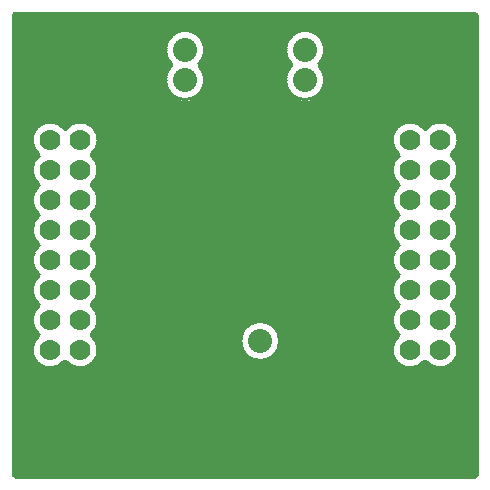
<source format=gbr>
G04 This is an RS-274x file exported by *
G04 gerbv version 2.6.1 *
G04 More information is available about gerbv at *
G04 http://gerbv.geda-project.org/ *
G04 --End of header info--*
%MOIN*%
%FSLAX34Y34*%
%IPPOS*%
%IN "TXB0108.pcb"*%
G04 --Define apertures--*
%ADD10C,0.2362*%
%ADD11C,0.0010*%
%ADD12C,0.0100*%
%ADD13C,0.0700*%
%ADD14C,0.0800*%
G04 --Start main section--*
G54D10*
G01X0014000Y0014000D03*
G01X0014000Y0026000D03*
G01X0026000Y0026000D03*
G01X0026000Y0014000D03*
G54D12*
G01X0021150Y0016800D02*
G75*
G03X0021150Y0016800I-000650J0000000D01*
G01X0027730Y0012320D02*
G01X0027730Y0027680D01*
G01X0027730Y0027680D02*
G75*
G03X0027680Y0027730I-000050J0000000D01*
G01X0027680Y0027730D02*
G01X0012320Y0027730D01*
G01X0012320Y0027730D02*
G75*
G03X0012270Y0027680I0000000J-000050D01*
G01X0012270Y0027680D02*
G01X0012270Y0012320D01*
G01X0012270Y0012320D02*
G75*
G03X0012320Y0012270I0000050J0000000D01*
G01X0012320Y0012270D02*
G01X0027680Y0012270D01*
G01X0027680Y0012270D02*
G75*
G03X0027730Y0012320I0000000J0000050D01*
G01X0026883Y0023039D02*
G75*
G03X0026039Y0023883I-000383J0000461D01*
G01X0026883Y0023039D02*
G75*
G03X0026883Y0022962I0000032J-000038D01*
G01X0026883Y0022039D02*
G75*
G03X0026883Y0022962I-000383J0000461D01*
G01X0026883Y0022039D02*
G75*
G03X0026883Y0021962I0000032J-000038D01*
G01X0026883Y0021039D02*
G75*
G03X0026883Y0021962I-000383J0000461D01*
G01X0026883Y0021039D02*
G75*
G03X0026883Y0020962I0000032J-000038D01*
G01X0026883Y0020039D02*
G75*
G03X0026883Y0020962I-000383J0000461D01*
G01X0026883Y0020039D02*
G75*
G03X0026883Y0019962I0000032J-000038D01*
G01X0026883Y0019039D02*
G75*
G03X0026883Y0019962I-000383J0000461D01*
G01X0026883Y0019039D02*
G75*
G03X0026883Y0018962I0000032J-000038D01*
G01X0026883Y0018039D02*
G75*
G03X0026883Y0018962I-000383J0000461D01*
G01X0026883Y0018039D02*
G75*
G03X0026883Y0017962I0000032J-000038D01*
G01X0026883Y0017039D02*
G75*
G03X0026883Y0017962I-000383J0000461D01*
G01X0026883Y0017039D02*
G75*
G03X0026883Y0016962I0000032J-000038D01*
G01X0026039Y0016117D02*
G75*
G03X0026883Y0016962I0000461J0000383D01*
G01X0026039Y0016117D02*
G75*
G03X0025962Y0016117I-000038J-000032D01*
G01X0025117Y0016962D02*
G75*
G03X0025962Y0016117I0000383J-000461D01*
G01X0025117Y0016962D02*
G75*
G03X0025117Y0017039I-000032J0000038D01*
G01X0025117Y0017962D02*
G75*
G03X0025117Y0017039I0000383J-000461D01*
G01X0025117Y0017962D02*
G75*
G03X0025117Y0018039I-000032J0000038D01*
G01X0025117Y0018962D02*
G75*
G03X0025117Y0018039I0000383J-000461D01*
G01X0025117Y0018962D02*
G75*
G03X0025117Y0019039I-000032J0000038D01*
G01X0025117Y0019962D02*
G75*
G03X0025117Y0019039I0000383J-000461D01*
G01X0025117Y0019962D02*
G75*
G03X0025117Y0020039I-000032J0000038D01*
G01X0025117Y0020962D02*
G75*
G03X0025117Y0020039I0000383J-000461D01*
G01X0025117Y0020962D02*
G75*
G03X0025117Y0021039I-000032J0000038D01*
G01X0025117Y0021962D02*
G75*
G03X0025117Y0021039I0000383J-000461D01*
G01X0025117Y0021962D02*
G75*
G03X0025117Y0022039I-000032J0000038D01*
G01X0025117Y0022962D02*
G75*
G03X0025117Y0022039I0000383J-000461D01*
G01X0025117Y0022962D02*
G75*
G03X0025117Y0023039I-000032J0000038D01*
G01X0025962Y0023883D02*
G75*
G03X0025117Y0023039I-000461J-000383D01*
G01X0025962Y0023883D02*
G75*
G03X0026039Y0023883I0000038J0000032D01*
G01X0022455Y0026036D02*
G75*
G03X0021545Y0026036I-000455J0000464D01*
G01X0022455Y0026036D02*
G75*
G03X0022455Y0025964I0000035J-000036D01*
G01X0021545Y0025964D02*
G75*
G03X0022455Y0025964I0000455J-000464D01*
G01X0021545Y0025964D02*
G75*
G03X0021545Y0026036I-000035J0000036D01*
G01X0021150Y0016800D02*
G75*
G03X0021150Y0016800I-000650J0000000D01*
G01X0018455Y0026036D02*
G75*
G03X0017545Y0026036I-000455J0000464D01*
G01X0018455Y0026036D02*
G75*
G03X0018455Y0025964I0000035J-000036D01*
G01X0017545Y0025964D02*
G75*
G03X0018455Y0025964I0000455J-000464D01*
G01X0017545Y0025964D02*
G75*
G03X0017545Y0026036I-000035J0000036D01*
G01X0014883Y0023039D02*
G75*
G03X0014039Y0023883I-000383J0000461D01*
G01X0014883Y0023039D02*
G75*
G03X0014883Y0022962I0000032J-000038D01*
G01X0014883Y0022039D02*
G75*
G03X0014883Y0022962I-000383J0000461D01*
G01X0014883Y0022039D02*
G75*
G03X0014883Y0021962I0000032J-000038D01*
G01X0014883Y0021039D02*
G75*
G03X0014883Y0021962I-000383J0000461D01*
G01X0014883Y0021039D02*
G75*
G03X0014883Y0020962I0000032J-000038D01*
G01X0014883Y0020039D02*
G75*
G03X0014883Y0020962I-000383J0000461D01*
G01X0014883Y0020039D02*
G75*
G03X0014883Y0019962I0000032J-000038D01*
G01X0014883Y0019039D02*
G75*
G03X0014883Y0019962I-000383J0000461D01*
G01X0014883Y0019039D02*
G75*
G03X0014883Y0018962I0000032J-000038D01*
G01X0014883Y0018039D02*
G75*
G03X0014883Y0018962I-000383J0000461D01*
G01X0014883Y0018039D02*
G75*
G03X0014883Y0017962I0000032J-000038D01*
G01X0014883Y0017039D02*
G75*
G03X0014883Y0017962I-000383J0000461D01*
G01X0014883Y0017039D02*
G75*
G03X0014883Y0016962I0000032J-000038D01*
G01X0014039Y0016117D02*
G75*
G03X0014883Y0016962I0000461J0000383D01*
G01X0014039Y0016117D02*
G75*
G03X0013962Y0016117I-000038J-000032D01*
G01X0013117Y0016962D02*
G75*
G03X0013962Y0016117I0000383J-000461D01*
G01X0013117Y0016962D02*
G75*
G03X0013117Y0017039I-000032J0000038D01*
G01X0013117Y0017962D02*
G75*
G03X0013117Y0017039I0000383J-000461D01*
G01X0013117Y0017962D02*
G75*
G03X0013117Y0018039I-000032J0000038D01*
G01X0013117Y0018962D02*
G75*
G03X0013117Y0018039I0000383J-000461D01*
G01X0013117Y0018962D02*
G75*
G03X0013117Y0019039I-000032J0000038D01*
G01X0013117Y0019962D02*
G75*
G03X0013117Y0019039I0000383J-000461D01*
G01X0013117Y0019962D02*
G75*
G03X0013117Y0020039I-000032J0000038D01*
G01X0013117Y0020962D02*
G75*
G03X0013117Y0020039I0000383J-000461D01*
G01X0013117Y0020962D02*
G75*
G03X0013117Y0021039I-000032J0000038D01*
G01X0013117Y0021962D02*
G75*
G03X0013117Y0021039I0000383J-000461D01*
G01X0013117Y0021962D02*
G75*
G03X0013117Y0022039I-000032J0000038D01*
G01X0013117Y0022962D02*
G75*
G03X0013117Y0022039I0000383J-000461D01*
G01X0013117Y0022962D02*
G75*
G03X0013117Y0023039I-000032J0000038D01*
G01X0013962Y0023883D02*
G75*
G03X0013117Y0023039I-000461J-000383D01*
G01X0013962Y0023883D02*
G75*
G03X0014039Y0023883I0000038J0000032D01*
G01X0012270Y0027660D02*
G01X0027730Y0027660D01*
G01X0012270Y0027570D02*
G01X0027730Y0027570D01*
G01X0012270Y0027480D02*
G01X0027730Y0027480D01*
G01X0012270Y0027390D02*
G01X0027730Y0027390D01*
G01X0012270Y0027300D02*
G01X0027730Y0027300D01*
G01X0012270Y0027210D02*
G01X0027730Y0027210D01*
G01X0022196Y0027120D02*
G01X0027730Y0027120D01*
G01X0022377Y0027030D02*
G01X0027730Y0027030D01*
G01X0022479Y0026940D02*
G01X0027730Y0026940D01*
G01X0022548Y0026850D02*
G01X0027730Y0026850D01*
G01X0022596Y0026760D02*
G01X0027730Y0026760D01*
G01X0022627Y0026670D02*
G01X0027730Y0026670D01*
G01X0022645Y0026580D02*
G01X0027730Y0026580D01*
G01X0022650Y0026490D02*
G01X0027730Y0026490D01*
G01X0022642Y0026400D02*
G01X0027730Y0026400D01*
G01X0022622Y0026310D02*
G01X0027730Y0026310D01*
G01X0022587Y0026220D02*
G01X0027730Y0026220D01*
G01X0022534Y0026130D02*
G01X0027730Y0026130D01*
G01X0022459Y0026040D02*
G01X0027730Y0026040D01*
G01X0022469Y0025950D02*
G01X0027730Y0025950D01*
G01X0022541Y0025860D02*
G01X0027730Y0025860D01*
G01X0022591Y0025770D02*
G01X0027730Y0025770D01*
G01X0022625Y0025680D02*
G01X0027730Y0025680D01*
G01X0022644Y0025590D02*
G01X0027730Y0025590D01*
G01X0022650Y0025500D02*
G01X0027730Y0025500D01*
G01X0022644Y0025410D02*
G01X0027730Y0025410D01*
G01X0022625Y0025320D02*
G01X0027730Y0025320D01*
G01X0022591Y0025230D02*
G01X0027730Y0025230D01*
G01X0022541Y0025140D02*
G01X0027730Y0025140D01*
G01X0022469Y0025050D02*
G01X0027730Y0025050D01*
G01X0022362Y0024960D02*
G01X0027730Y0024960D01*
G01X0022160Y0024870D02*
G01X0027730Y0024870D01*
G01X0012270Y0024780D02*
G01X0027730Y0024780D01*
G01X0012270Y0024690D02*
G01X0027730Y0024690D01*
G01X0012270Y0024600D02*
G01X0027730Y0024600D01*
G01X0012270Y0024510D02*
G01X0027730Y0024510D01*
G01X0012270Y0024420D02*
G01X0027730Y0024420D01*
G01X0012270Y0024330D02*
G01X0027730Y0024330D01*
G01X0012270Y0024240D02*
G01X0027730Y0024240D01*
G01X0012270Y0024150D02*
G01X0027730Y0024150D01*
G01X0026716Y0024060D02*
G01X0027730Y0024060D01*
G01X0026873Y0023970D02*
G01X0027730Y0023970D01*
G01X0026964Y0023880D02*
G01X0027730Y0023880D01*
G01X0027025Y0023790D02*
G01X0027730Y0023790D01*
G01X0027066Y0023700D02*
G01X0027730Y0023700D01*
G01X0027090Y0023610D02*
G01X0027730Y0023610D01*
G01X0027100Y0023520D02*
G01X0027730Y0023520D01*
G01X0027096Y0023430D02*
G01X0027730Y0023430D01*
G01X0027078Y0023340D02*
G01X0027730Y0023340D01*
G01X0027045Y0023250D02*
G01X0027730Y0023250D01*
G01X0026994Y0023160D02*
G01X0027730Y0023160D01*
G01X0026918Y0023070D02*
G01X0027730Y0023070D01*
G01X0026870Y0022980D02*
G01X0027730Y0022980D01*
G01X0026956Y0022890D02*
G01X0027730Y0022890D01*
G01X0027020Y0022800D02*
G01X0027730Y0022800D01*
G01X0027062Y0022710D02*
G01X0027730Y0022710D01*
G01X0027088Y0022620D02*
G01X0027730Y0022620D01*
G01X0027099Y0022530D02*
G01X0027730Y0022530D01*
G01X0027097Y0022440D02*
G01X0027730Y0022440D01*
G01X0027081Y0022350D02*
G01X0027730Y0022350D01*
G01X0027050Y0022260D02*
G01X0027730Y0022260D01*
G01X0027001Y0022170D02*
G01X0027730Y0022170D01*
G01X0026928Y0022080D02*
G01X0027730Y0022080D01*
G01X0026866Y0021990D02*
G01X0027730Y0021990D01*
G01X0026947Y0021900D02*
G01X0027730Y0021900D01*
G01X0027014Y0021810D02*
G01X0027730Y0021810D01*
G01X0027058Y0021720D02*
G01X0027730Y0021720D01*
G01X0027086Y0021630D02*
G01X0027730Y0021630D01*
G01X0027099Y0021540D02*
G01X0027730Y0021540D01*
G01X0027098Y0021450D02*
G01X0027730Y0021450D01*
G01X0027083Y0021360D02*
G01X0027730Y0021360D01*
G01X0027054Y0021270D02*
G01X0027730Y0021270D01*
G01X0027008Y0021180D02*
G01X0027730Y0021180D01*
G01X0026938Y0021090D02*
G01X0027730Y0021090D01*
G01X0026865Y0021000D02*
G01X0027730Y0021000D01*
G01X0026938Y0020910D02*
G01X0027730Y0020910D01*
G01X0027008Y0020820D02*
G01X0027730Y0020820D01*
G01X0027054Y0020730D02*
G01X0027730Y0020730D01*
G01X0027083Y0020640D02*
G01X0027730Y0020640D01*
G01X0027098Y0020550D02*
G01X0027730Y0020550D01*
G01X0027099Y0020460D02*
G01X0027730Y0020460D01*
G01X0027086Y0020370D02*
G01X0027730Y0020370D01*
G01X0027058Y0020280D02*
G01X0027730Y0020280D01*
G01X0027014Y0020190D02*
G01X0027730Y0020190D01*
G01X0026947Y0020100D02*
G01X0027730Y0020100D01*
G01X0026866Y0020010D02*
G01X0027730Y0020010D01*
G01X0026929Y0019920D02*
G01X0027730Y0019920D01*
G01X0027001Y0019830D02*
G01X0027730Y0019830D01*
G01X0027050Y0019740D02*
G01X0027730Y0019740D01*
G01X0027081Y0019650D02*
G01X0027730Y0019650D01*
G01X0027097Y0019560D02*
G01X0027730Y0019560D01*
G01X0027099Y0019470D02*
G01X0027730Y0019470D01*
G01X0027088Y0019380D02*
G01X0027730Y0019380D01*
G01X0027062Y0019290D02*
G01X0027730Y0019290D01*
G01X0027020Y0019200D02*
G01X0027730Y0019200D01*
G01X0026956Y0019110D02*
G01X0027730Y0019110D01*
G01X0026870Y0019020D02*
G01X0027730Y0019020D01*
G01X0026919Y0018930D02*
G01X0027730Y0018930D01*
G01X0026995Y0018840D02*
G01X0027730Y0018840D01*
G01X0027045Y0018750D02*
G01X0027730Y0018750D01*
G01X0027078Y0018660D02*
G01X0027730Y0018660D01*
G01X0027096Y0018570D02*
G01X0027730Y0018570D01*
G01X0027100Y0018480D02*
G01X0027730Y0018480D01*
G01X0027090Y0018390D02*
G01X0027730Y0018390D01*
G01X0027066Y0018300D02*
G01X0027730Y0018300D01*
G01X0027025Y0018210D02*
G01X0027730Y0018210D01*
G01X0026964Y0018120D02*
G01X0027730Y0018120D01*
G01X0026875Y0018030D02*
G01X0027730Y0018030D01*
G01X0026908Y0017940D02*
G01X0027730Y0017940D01*
G01X0026987Y0017850D02*
G01X0027730Y0017850D01*
G01X0027041Y0017760D02*
G01X0027730Y0017760D01*
G01X0027076Y0017670D02*
G01X0027730Y0017670D01*
G01X0027095Y0017580D02*
G01X0027730Y0017580D01*
G01X0027100Y0017490D02*
G01X0027730Y0017490D01*
G01X0027092Y0017400D02*
G01X0027730Y0017400D01*
G01X0027069Y0017310D02*
G01X0027730Y0017310D01*
G01X0027031Y0017220D02*
G01X0027730Y0017220D01*
G01X0026972Y0017130D02*
G01X0027730Y0017130D01*
G01X0026885Y0017040D02*
G01X0027730Y0017040D01*
G01X0026897Y0016950D02*
G01X0027730Y0016950D01*
G01X0026980Y0016860D02*
G01X0027730Y0016860D01*
G01X0027036Y0016770D02*
G01X0027730Y0016770D01*
G01X0027072Y0016680D02*
G01X0027730Y0016680D01*
G01X0027093Y0016590D02*
G01X0027730Y0016590D01*
G01X0027100Y0016500D02*
G01X0027730Y0016500D01*
G01X0027093Y0016410D02*
G01X0027730Y0016410D01*
G01X0027072Y0016320D02*
G01X0027730Y0016320D01*
G01X0027036Y0016230D02*
G01X0027730Y0016230D01*
G01X0026980Y0016140D02*
G01X0027730Y0016140D01*
G01X0026897Y0016050D02*
G01X0027730Y0016050D01*
G01X0026761Y0015960D02*
G01X0027730Y0015960D01*
G01X0012270Y0015870D02*
G01X0027730Y0015870D01*
G01X0012270Y0015780D02*
G01X0027730Y0015780D01*
G01X0012270Y0015690D02*
G01X0027730Y0015690D01*
G01X0012270Y0015600D02*
G01X0027730Y0015600D01*
G01X0012270Y0015510D02*
G01X0027730Y0015510D01*
G01X0012270Y0015420D02*
G01X0027730Y0015420D01*
G01X0012270Y0015330D02*
G01X0027730Y0015330D01*
G01X0012270Y0015240D02*
G01X0027730Y0015240D01*
G01X0012270Y0015150D02*
G01X0027730Y0015150D01*
G01X0012270Y0015060D02*
G01X0027730Y0015060D01*
G01X0012270Y0014970D02*
G01X0027730Y0014970D01*
G01X0012270Y0014880D02*
G01X0027730Y0014880D01*
G01X0012270Y0014790D02*
G01X0027730Y0014790D01*
G01X0012270Y0014700D02*
G01X0027730Y0014700D01*
G01X0012270Y0014610D02*
G01X0027730Y0014610D01*
G01X0012270Y0014520D02*
G01X0027730Y0014520D01*
G01X0012270Y0014430D02*
G01X0027730Y0014430D01*
G01X0012270Y0014340D02*
G01X0027730Y0014340D01*
G01X0012270Y0014250D02*
G01X0027730Y0014250D01*
G01X0012270Y0014160D02*
G01X0027730Y0014160D01*
G01X0012270Y0014070D02*
G01X0027730Y0014070D01*
G01X0012270Y0013980D02*
G01X0027730Y0013980D01*
G01X0012270Y0013890D02*
G01X0027730Y0013890D01*
G01X0012270Y0013800D02*
G01X0027730Y0013800D01*
G01X0012270Y0013710D02*
G01X0027730Y0013710D01*
G01X0012270Y0013620D02*
G01X0027730Y0013620D01*
G01X0012270Y0013530D02*
G01X0027730Y0013530D01*
G01X0012270Y0013440D02*
G01X0027730Y0013440D01*
G01X0012270Y0013350D02*
G01X0027730Y0013350D01*
G01X0012270Y0013260D02*
G01X0027730Y0013260D01*
G01X0012270Y0013170D02*
G01X0027730Y0013170D01*
G01X0012270Y0013080D02*
G01X0027730Y0013080D01*
G01X0012270Y0012990D02*
G01X0027730Y0012990D01*
G01X0012270Y0012900D02*
G01X0027730Y0012900D01*
G01X0012270Y0012810D02*
G01X0027730Y0012810D01*
G01X0012270Y0012720D02*
G01X0027730Y0012720D01*
G01X0012270Y0012630D02*
G01X0027730Y0012630D01*
G01X0012270Y0012540D02*
G01X0027730Y0012540D01*
G01X0012270Y0012450D02*
G01X0027730Y0012450D01*
G01X0012270Y0012360D02*
G01X0027730Y0012360D01*
G01X0025716Y0024060D02*
G01X0026284Y0024060D01*
G01X0025761Y0015960D02*
G01X0026239Y0015960D01*
G01X0025873Y0023970D02*
G01X0026127Y0023970D01*
G01X0025897Y0016050D02*
G01X0026103Y0016050D01*
G01X0025965Y0023880D02*
G01X0026035Y0023880D01*
G01X0014716Y0024060D02*
G01X0025284Y0024060D01*
G01X0014761Y0015960D02*
G01X0025239Y0015960D01*
G01X0014865Y0021000D02*
G01X0025135Y0021000D01*
G01X0014866Y0020010D02*
G01X0025134Y0020010D01*
G01X0014866Y0021990D02*
G01X0025134Y0021990D01*
G01X0014870Y0019020D02*
G01X0025130Y0019020D01*
G01X0014870Y0022980D02*
G01X0025130Y0022980D01*
G01X0014873Y0023970D02*
G01X0025127Y0023970D01*
G01X0014875Y0018030D02*
G01X0025125Y0018030D01*
G01X0021104Y0017040D02*
G01X0025115Y0017040D01*
G01X0014897Y0016050D02*
G01X0025103Y0016050D01*
G01X0021133Y0016950D02*
G01X0025103Y0016950D01*
G01X0014908Y0017940D02*
G01X0025092Y0017940D01*
G01X0014918Y0023070D02*
G01X0025082Y0023070D01*
G01X0014919Y0018930D02*
G01X0025081Y0018930D01*
G01X0014928Y0022080D02*
G01X0025072Y0022080D01*
G01X0014929Y0019920D02*
G01X0025071Y0019920D01*
G01X0014938Y0021090D02*
G01X0025062Y0021090D01*
G01X0014938Y0020910D02*
G01X0025062Y0020910D01*
G01X0014947Y0020100D02*
G01X0025053Y0020100D01*
G01X0014947Y0021900D02*
G01X0025053Y0021900D01*
G01X0014956Y0019110D02*
G01X0025044Y0019110D01*
G01X0014956Y0022890D02*
G01X0025044Y0022890D01*
G01X0014964Y0018120D02*
G01X0025036Y0018120D01*
G01X0014964Y0023880D02*
G01X0025036Y0023880D01*
G01X0021060Y0017130D02*
G01X0025028Y0017130D01*
G01X0014980Y0016140D02*
G01X0025020Y0016140D01*
G01X0021147Y0016860D02*
G01X0025020Y0016860D01*
G01X0014987Y0017850D02*
G01X0025013Y0017850D01*
G01X0014994Y0023160D02*
G01X0025006Y0023160D01*
G01X0014995Y0018840D02*
G01X0025006Y0018840D01*
G01X0015001Y0022170D02*
G01X0024999Y0022170D01*
G01X0015001Y0019830D02*
G01X0024999Y0019830D01*
G01X0015008Y0021180D02*
G01X0024993Y0021180D01*
G01X0015008Y0020820D02*
G01X0024992Y0020820D01*
G01X0015014Y0020190D02*
G01X0024986Y0020190D01*
G01X0015014Y0021810D02*
G01X0024986Y0021810D01*
G01X0015019Y0019200D02*
G01X0024981Y0019200D01*
G01X0015020Y0022800D02*
G01X0024980Y0022800D01*
G01X0015025Y0018210D02*
G01X0024975Y0018210D01*
G01X0015025Y0023790D02*
G01X0024975Y0023790D01*
G01X0020996Y0017220D02*
G01X0024969Y0017220D01*
G01X0020812Y0016230D02*
G01X0024964Y0016230D01*
G01X0021149Y0016770D02*
G01X0024964Y0016770D01*
G01X0015041Y0017760D02*
G01X0024959Y0017760D01*
G01X0015045Y0023250D02*
G01X0024955Y0023250D01*
G01X0015046Y0018750D02*
G01X0024955Y0018750D01*
G01X0015050Y0022260D02*
G01X0024950Y0022260D01*
G01X0015050Y0019740D02*
G01X0024950Y0019740D01*
G01X0015054Y0021270D02*
G01X0024946Y0021270D01*
G01X0015054Y0020730D02*
G01X0024946Y0020730D01*
G01X0015058Y0020280D02*
G01X0024942Y0020280D01*
G01X0015058Y0021720D02*
G01X0024942Y0021720D01*
G01X0015062Y0019290D02*
G01X0024938Y0019290D01*
G01X0015062Y0022710D02*
G01X0024938Y0022710D01*
G01X0015066Y0018300D02*
G01X0024934Y0018300D01*
G01X0015066Y0023700D02*
G01X0024934Y0023700D01*
G01X0020903Y0017310D02*
G01X0024931Y0017310D01*
G01X0020938Y0016320D02*
G01X0024928Y0016320D01*
G01X0021139Y0016680D02*
G01X0024928Y0016680D01*
G01X0015076Y0017670D02*
G01X0024925Y0017670D01*
G01X0015078Y0023340D02*
G01X0024922Y0023340D01*
G01X0015078Y0018660D02*
G01X0024922Y0018660D01*
G01X0015081Y0022350D02*
G01X0024919Y0022350D01*
G01X0015081Y0019650D02*
G01X0024919Y0019650D01*
G01X0015083Y0021360D02*
G01X0024917Y0021360D01*
G01X0015084Y0020640D02*
G01X0024917Y0020640D01*
G01X0015086Y0020370D02*
G01X0024914Y0020370D01*
G01X0015086Y0021630D02*
G01X0024914Y0021630D01*
G01X0015088Y0019380D02*
G01X0024912Y0019380D01*
G01X0015088Y0022620D02*
G01X0024912Y0022620D01*
G01X0015090Y0018390D02*
G01X0024910Y0018390D01*
G01X0015090Y0023610D02*
G01X0024910Y0023610D01*
G01X0020750Y0017400D02*
G01X0024908Y0017400D01*
G01X0021020Y0016410D02*
G01X0024907Y0016410D01*
G01X0021115Y0016590D02*
G01X0024907Y0016590D01*
G01X0015095Y0017580D02*
G01X0024905Y0017580D01*
G01X0015096Y0023430D02*
G01X0024904Y0023430D01*
G01X0015096Y0018570D02*
G01X0024904Y0018570D01*
G01X0015097Y0022440D02*
G01X0024903Y0022440D01*
G01X0015097Y0019560D02*
G01X0024903Y0019560D01*
G01X0015098Y0021450D02*
G01X0024902Y0021450D01*
G01X0015098Y0020550D02*
G01X0024902Y0020550D01*
G01X0015099Y0020460D02*
G01X0024901Y0020460D01*
G01X0015099Y0021540D02*
G01X0024901Y0021540D01*
G01X0015099Y0019470D02*
G01X0024901Y0019470D01*
G01X0015099Y0022530D02*
G01X0024901Y0022530D01*
G01X0015100Y0018480D02*
G01X0024900Y0018480D01*
G01X0015100Y0023520D02*
G01X0024900Y0023520D01*
G01X0015100Y0017490D02*
G01X0024900Y0017490D01*
G01X0021077Y0016500D02*
G01X0024900Y0016500D01*
G01X0018160Y0024870D02*
G01X0021841Y0024870D01*
G01X0018196Y0027120D02*
G01X0021804Y0027120D01*
G01X0018362Y0024960D02*
G01X0021638Y0024960D01*
G01X0018377Y0027030D02*
G01X0021624Y0027030D01*
G01X0018459Y0026040D02*
G01X0021541Y0026040D01*
G01X0018469Y0025050D02*
G01X0021531Y0025050D01*
G01X0018469Y0025950D02*
G01X0021531Y0025950D01*
G01X0018479Y0026940D02*
G01X0021521Y0026940D01*
G01X0018534Y0026130D02*
G01X0021466Y0026130D01*
G01X0018541Y0025140D02*
G01X0021459Y0025140D01*
G01X0018541Y0025860D02*
G01X0021459Y0025860D01*
G01X0018548Y0026850D02*
G01X0021452Y0026850D01*
G01X0018587Y0026220D02*
G01X0021414Y0026220D01*
G01X0018591Y0025230D02*
G01X0021409Y0025230D01*
G01X0018591Y0025770D02*
G01X0021409Y0025770D01*
G01X0018596Y0026760D02*
G01X0021404Y0026760D01*
G01X0018622Y0026310D02*
G01X0021378Y0026310D01*
G01X0018625Y0025320D02*
G01X0021376Y0025320D01*
G01X0018625Y0025680D02*
G01X0021375Y0025680D01*
G01X0018627Y0026670D02*
G01X0021373Y0026670D01*
G01X0018642Y0026400D02*
G01X0021358Y0026400D01*
G01X0018644Y0025410D02*
G01X0021356Y0025410D01*
G01X0018644Y0025590D02*
G01X0021356Y0025590D01*
G01X0018645Y0026580D02*
G01X0021355Y0026580D01*
G01X0018650Y0026490D02*
G01X0021350Y0026490D01*
G01X0018650Y0025500D02*
G01X0021350Y0025500D01*
G01X0015092Y0017400D02*
G01X0020250Y0017400D01*
G01X0015036Y0016230D02*
G01X0020188Y0016230D01*
G01X0015069Y0017310D02*
G01X0020097Y0017310D01*
G01X0015072Y0016320D02*
G01X0020062Y0016320D01*
G01X0015031Y0017220D02*
G01X0020004Y0017220D01*
G01X0015093Y0016410D02*
G01X0019980Y0016410D01*
G01X0014972Y0017130D02*
G01X0019940Y0017130D01*
G01X0015100Y0016500D02*
G01X0019923Y0016500D01*
G01X0014885Y0017040D02*
G01X0019896Y0017040D01*
G01X0015093Y0016590D02*
G01X0019885Y0016590D01*
G01X0014897Y0016950D02*
G01X0019868Y0016950D01*
G01X0015072Y0016680D02*
G01X0019861Y0016680D01*
G01X0014980Y0016860D02*
G01X0019853Y0016860D01*
G01X0015036Y0016770D02*
G01X0019851Y0016770D01*
G01X0012270Y0024870D02*
G01X0017841Y0024870D01*
G01X0012270Y0027120D02*
G01X0017804Y0027120D01*
G01X0012270Y0024960D02*
G01X0017638Y0024960D01*
G01X0012270Y0027030D02*
G01X0017624Y0027030D01*
G01X0012270Y0026040D02*
G01X0017541Y0026040D01*
G01X0012270Y0025050D02*
G01X0017531Y0025050D01*
G01X0012270Y0025950D02*
G01X0017531Y0025950D01*
G01X0012270Y0026940D02*
G01X0017521Y0026940D01*
G01X0012270Y0026130D02*
G01X0017466Y0026130D01*
G01X0012270Y0025140D02*
G01X0017459Y0025140D01*
G01X0012270Y0025860D02*
G01X0017459Y0025860D01*
G01X0012270Y0026850D02*
G01X0017452Y0026850D01*
G01X0012270Y0026220D02*
G01X0017414Y0026220D01*
G01X0012270Y0025230D02*
G01X0017409Y0025230D01*
G01X0012270Y0025770D02*
G01X0017409Y0025770D01*
G01X0012270Y0026760D02*
G01X0017404Y0026760D01*
G01X0012270Y0026310D02*
G01X0017378Y0026310D01*
G01X0012270Y0025320D02*
G01X0017376Y0025320D01*
G01X0012270Y0025680D02*
G01X0017375Y0025680D01*
G01X0012270Y0026670D02*
G01X0017373Y0026670D01*
G01X0012270Y0026400D02*
G01X0017358Y0026400D01*
G01X0012270Y0025410D02*
G01X0017356Y0025410D01*
G01X0012270Y0025590D02*
G01X0017356Y0025590D01*
G01X0012270Y0026580D02*
G01X0017355Y0026580D01*
G01X0012270Y0026490D02*
G01X0017350Y0026490D01*
G01X0012270Y0025500D02*
G01X0017350Y0025500D01*
G01X0013716Y0024060D02*
G01X0014284Y0024060D01*
G01X0013761Y0015960D02*
G01X0014239Y0015960D01*
G01X0013873Y0023970D02*
G01X0014127Y0023970D01*
G01X0013897Y0016050D02*
G01X0014103Y0016050D01*
G01X0013965Y0023880D02*
G01X0014035Y0023880D01*
G01X0012270Y0024060D02*
G01X0013284Y0024060D01*
G01X0012270Y0015960D02*
G01X0013239Y0015960D01*
G01X0012270Y0021000D02*
G01X0013135Y0021000D01*
G01X0012270Y0020010D02*
G01X0013134Y0020010D01*
G01X0012270Y0021990D02*
G01X0013134Y0021990D01*
G01X0012270Y0019020D02*
G01X0013131Y0019020D01*
G01X0012270Y0022980D02*
G01X0013130Y0022980D01*
G01X0012270Y0023970D02*
G01X0013127Y0023970D01*
G01X0012270Y0018030D02*
G01X0013125Y0018030D01*
G01X0012270Y0017040D02*
G01X0013115Y0017040D01*
G01X0012270Y0016050D02*
G01X0013103Y0016050D01*
G01X0012270Y0016950D02*
G01X0013103Y0016950D01*
G01X0012270Y0017940D02*
G01X0013092Y0017940D01*
G01X0012270Y0023070D02*
G01X0013082Y0023070D01*
G01X0012270Y0018930D02*
G01X0013081Y0018930D01*
G01X0012270Y0022080D02*
G01X0013072Y0022080D01*
G01X0012270Y0019920D02*
G01X0013071Y0019920D01*
G01X0012270Y0021090D02*
G01X0013062Y0021090D01*
G01X0012270Y0020910D02*
G01X0013062Y0020910D01*
G01X0012270Y0020100D02*
G01X0013053Y0020100D01*
G01X0012270Y0021900D02*
G01X0013053Y0021900D01*
G01X0012270Y0019110D02*
G01X0013044Y0019110D01*
G01X0012270Y0022890D02*
G01X0013044Y0022890D01*
G01X0012270Y0018120D02*
G01X0013036Y0018120D01*
G01X0012270Y0023880D02*
G01X0013036Y0023880D01*
G01X0012270Y0017130D02*
G01X0013028Y0017130D01*
G01X0012270Y0016140D02*
G01X0013020Y0016140D01*
G01X0012270Y0016860D02*
G01X0013020Y0016860D01*
G01X0012270Y0017850D02*
G01X0013013Y0017850D01*
G01X0012270Y0023160D02*
G01X0013006Y0023160D01*
G01X0012270Y0018840D02*
G01X0013006Y0018840D01*
G01X0012270Y0022170D02*
G01X0012999Y0022170D01*
G01X0012270Y0019830D02*
G01X0012999Y0019830D01*
G01X0012270Y0021180D02*
G01X0012993Y0021180D01*
G01X0012270Y0020820D02*
G01X0012992Y0020820D01*
G01X0012270Y0020190D02*
G01X0012986Y0020190D01*
G01X0012270Y0021810D02*
G01X0012986Y0021810D01*
G01X0012270Y0019200D02*
G01X0012981Y0019200D01*
G01X0012270Y0022800D02*
G01X0012980Y0022800D01*
G01X0012270Y0018210D02*
G01X0012975Y0018210D01*
G01X0012270Y0023790D02*
G01X0012975Y0023790D01*
G01X0012270Y0017220D02*
G01X0012969Y0017220D01*
G01X0012270Y0016230D02*
G01X0012964Y0016230D01*
G01X0012270Y0016770D02*
G01X0012964Y0016770D01*
G01X0012270Y0017760D02*
G01X0012959Y0017760D01*
G01X0012270Y0023250D02*
G01X0012955Y0023250D01*
G01X0012270Y0018750D02*
G01X0012955Y0018750D01*
G01X0012270Y0022260D02*
G01X0012950Y0022260D01*
G01X0012270Y0019740D02*
G01X0012950Y0019740D01*
G01X0012270Y0021270D02*
G01X0012946Y0021270D01*
G01X0012270Y0020730D02*
G01X0012946Y0020730D01*
G01X0012270Y0020280D02*
G01X0012942Y0020280D01*
G01X0012270Y0021720D02*
G01X0012942Y0021720D01*
G01X0012270Y0019290D02*
G01X0012938Y0019290D01*
G01X0012270Y0022710D02*
G01X0012938Y0022710D01*
G01X0012270Y0018300D02*
G01X0012934Y0018300D01*
G01X0012270Y0023700D02*
G01X0012934Y0023700D01*
G01X0012270Y0017310D02*
G01X0012931Y0017310D01*
G01X0012270Y0016320D02*
G01X0012928Y0016320D01*
G01X0012270Y0016680D02*
G01X0012928Y0016680D01*
G01X0012270Y0017670D02*
G01X0012925Y0017670D01*
G01X0012270Y0023340D02*
G01X0012922Y0023340D01*
G01X0012270Y0018660D02*
G01X0012922Y0018660D01*
G01X0012270Y0022350D02*
G01X0012919Y0022350D01*
G01X0012270Y0019650D02*
G01X0012919Y0019650D01*
G01X0012270Y0021360D02*
G01X0012917Y0021360D01*
G01X0012270Y0020640D02*
G01X0012917Y0020640D01*
G01X0012270Y0020370D02*
G01X0012914Y0020370D01*
G01X0012270Y0021630D02*
G01X0012914Y0021630D01*
G01X0012270Y0019380D02*
G01X0012912Y0019380D01*
G01X0012270Y0022620D02*
G01X0012912Y0022620D01*
G01X0012270Y0018390D02*
G01X0012910Y0018390D01*
G01X0012270Y0023610D02*
G01X0012910Y0023610D01*
G01X0012270Y0017400D02*
G01X0012908Y0017400D01*
G01X0012270Y0016410D02*
G01X0012907Y0016410D01*
G01X0012270Y0016590D02*
G01X0012907Y0016590D01*
G01X0012270Y0017580D02*
G01X0012905Y0017580D01*
G01X0012270Y0023430D02*
G01X0012904Y0023430D01*
G01X0012270Y0018570D02*
G01X0012904Y0018570D01*
G01X0012270Y0022440D02*
G01X0012903Y0022440D01*
G01X0012270Y0019560D02*
G01X0012903Y0019560D01*
G01X0012270Y0021450D02*
G01X0012902Y0021450D01*
G01X0012270Y0020550D02*
G01X0012902Y0020550D01*
G01X0012270Y0020460D02*
G01X0012901Y0020460D01*
G01X0012270Y0021540D02*
G01X0012901Y0021540D01*
G01X0012270Y0019470D02*
G01X0012901Y0019470D01*
G01X0012270Y0022530D02*
G01X0012901Y0022530D01*
G01X0012270Y0018480D02*
G01X0012900Y0018480D01*
G01X0012270Y0023520D02*
G01X0012900Y0023520D01*
G01X0012270Y0017490D02*
G01X0012900Y0017490D01*
G01X0012270Y0016500D02*
G01X0012900Y0016500D01*
G54D13*
G01X0025500Y0023500D03*
G01X0026500Y0023500D03*
G01X0025500Y0022500D03*
G01X0026500Y0022500D03*
G01X0025500Y0021500D03*
G01X0026500Y0021500D03*
G01X0025500Y0020500D03*
G01X0026500Y0020500D03*
G01X0025500Y0019500D03*
G01X0026500Y0019500D03*
G01X0025500Y0018500D03*
G01X0026500Y0018500D03*
G01X0025500Y0017500D03*
G01X0026500Y0017500D03*
G01X0025500Y0016500D03*
G01X0026500Y0016500D03*
G01X0013500Y0023500D03*
G01X0014500Y0023500D03*
G01X0013500Y0022500D03*
G01X0014500Y0022500D03*
G01X0013500Y0021500D03*
G01X0014500Y0021500D03*
G01X0013500Y0020500D03*
G01X0014500Y0020500D03*
G01X0013500Y0019500D03*
G01X0014500Y0019500D03*
G01X0013500Y0018500D03*
G01X0014500Y0018500D03*
G01X0013500Y0017500D03*
G01X0014500Y0017500D03*
G01X0013500Y0016500D03*
G01X0014500Y0016500D03*
G54D14*
G01X0023000Y0026500D03*
G01X0023000Y0025500D03*
G01X0022000Y0026500D03*
G01X0022000Y0025500D03*
G01X0021000Y0026500D03*
G01X0021000Y0025500D03*
G01X0019000Y0026500D03*
G01X0019000Y0025500D03*
G01X0018000Y0026500D03*
G01X0018000Y0025500D03*
G01X0017000Y0026500D03*
G01X0017000Y0025500D03*
G01X0020500Y0016800D03*
G01X0019500Y0016800D03*
M02*

</source>
